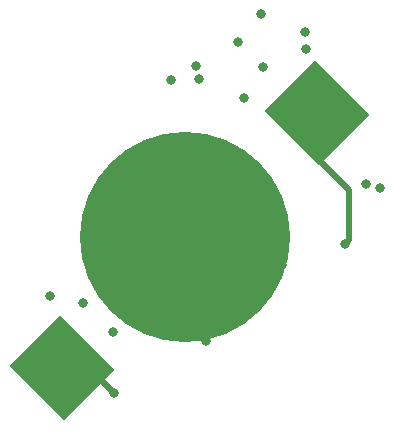
<source format=gbr>
G04 #@! TF.GenerationSoftware,KiCad,Pcbnew,(6.0.9)*
G04 #@! TF.CreationDate,2022-11-30T18:40:26+01:00*
G04 #@! TF.ProjectId,parasite - 45deg,70617261-7369-4746-9520-2d2034356465,1.2.0*
G04 #@! TF.SameCoordinates,Original*
G04 #@! TF.FileFunction,Copper,L4,Bot*
G04 #@! TF.FilePolarity,Positive*
%FSLAX46Y46*%
G04 Gerber Fmt 4.6, Leading zero omitted, Abs format (unit mm)*
G04 Created by KiCad (PCBNEW (6.0.9)) date 2022-11-30 18:40:26*
%MOMM*%
%LPD*%
G01*
G04 APERTURE LIST*
G04 Aperture macros list*
%AMRotRect*
0 Rectangle, with rotation*
0 The origin of the aperture is its center*
0 $1 length*
0 $2 width*
0 $3 Rotation angle, in degrees counterclockwise*
0 Add horizontal line*
21,1,$1,$2,0,0,$3*%
G04 Aperture macros list end*
G04 #@! TA.AperFunction,SMDPad,CuDef*
%ADD10RotRect,6.000000X6.500000X225.000000*%
G04 #@! TD*
G04 #@! TA.AperFunction,SMDPad,CuDef*
%ADD11C,17.800000*%
G04 #@! TD*
G04 #@! TA.AperFunction,ViaPad*
%ADD12C,0.800000*%
G04 #@! TD*
G04 #@! TA.AperFunction,Conductor*
%ADD13C,0.500000*%
G04 #@! TD*
G04 APERTURE END LIST*
D10*
X90117187Y-74839918D03*
X111754654Y-53202451D03*
D11*
X100582367Y-63667631D03*
D12*
X97559132Y-61034012D03*
X91884954Y-69253775D03*
X108784806Y-66071794D03*
X110761046Y-46311910D03*
X101890161Y-68510959D03*
X94986174Y-58657223D03*
X102350134Y-63314078D03*
X94491199Y-71738698D03*
X105079770Y-47184061D03*
X93511299Y-64374738D03*
X102350134Y-72506466D03*
X107183766Y-49288058D03*
X117083261Y-59541106D03*
X104620054Y-61026765D03*
X89152543Y-68733494D03*
X101508881Y-49270026D03*
X105592776Y-51957102D03*
X94526555Y-76935933D03*
X114078057Y-64314077D03*
X115875541Y-59187553D03*
X101721082Y-50348718D03*
X110835416Y-47757729D03*
X99344930Y-50409379D03*
X107006989Y-44868640D03*
D13*
X114078057Y-64314077D02*
X114431611Y-63960523D01*
X114431611Y-59717883D02*
X111401101Y-56687373D01*
X114431611Y-63960523D02*
X114431611Y-59717883D01*
X94526555Y-76935933D02*
X92430540Y-74839918D01*
M02*

</source>
